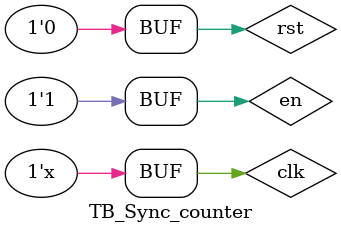
<source format=v>
`timescale 1ns / 1ps

module TB_Sync_counter;
reg clk,rst,en;
wire [7:0]count;

Sync_UpDown_Counter dut(clk,rst,en,count);

always #5 clk=~clk;
initial begin 
clk=1; rst=1; en=0; #10;
rst=0; en=1; #10;
 en=1; #10;
 en=1; #10;
 rst=1;en=0; #10;
 rst=0;en=0; #10;
 en=0; #10;
 en=0; #10;
 en=0; #10;
 en=1; #10;
 en=1; #10;
 en=1; #10;
 en=1; #10;
 en=1;

end
endmodule

</source>
